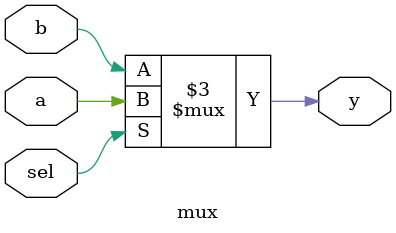
<source format=sv>
module mux(input logic sel, input logic a, input logic b, output logic y);
  always_comb begin
    if (sel)
      y = a;
    else
      y = b;
  end
endmodule

</source>
